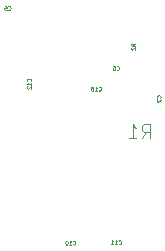
<source format=gbr>
%TF.GenerationSoftware,KiCad,Pcbnew,7.0.9*%
%TF.CreationDate,2024-03-16T10:18:14+00:00*%
%TF.ProjectId,wmk,776d6b2e-6b69-4636-9164-5f7063625858,rev?*%
%TF.SameCoordinates,Original*%
%TF.FileFunction,Legend,Bot*%
%TF.FilePolarity,Positive*%
%FSLAX46Y46*%
G04 Gerber Fmt 4.6, Leading zero omitted, Abs format (unit mm)*
G04 Created by KiCad (PCBNEW 7.0.9) date 2024-03-16 10:18:14*
%MOMM*%
%LPD*%
G01*
G04 APERTURE LIST*
%ADD10C,0.083185*%
%ADD11C,0.101600*%
G04 APERTURE END LIST*
D10*
X153428678Y-96657452D02*
X153444522Y-96673297D01*
X153444522Y-96673297D02*
X153492057Y-96689141D01*
X153492057Y-96689141D02*
X153523746Y-96689141D01*
X153523746Y-96689141D02*
X153571280Y-96673297D01*
X153571280Y-96673297D02*
X153602970Y-96641607D01*
X153602970Y-96641607D02*
X153618815Y-96609917D01*
X153618815Y-96609917D02*
X153634659Y-96546538D01*
X153634659Y-96546538D02*
X153634659Y-96499004D01*
X153634659Y-96499004D02*
X153618815Y-96435625D01*
X153618815Y-96435625D02*
X153602970Y-96403936D01*
X153602970Y-96403936D02*
X153571280Y-96372246D01*
X153571280Y-96372246D02*
X153523746Y-96356401D01*
X153523746Y-96356401D02*
X153492057Y-96356401D01*
X153492057Y-96356401D02*
X153444522Y-96372246D01*
X153444522Y-96372246D02*
X153428678Y-96388091D01*
X153111782Y-96689141D02*
X153301919Y-96689141D01*
X153206851Y-96689141D02*
X153206851Y-96356401D01*
X153206851Y-96356401D02*
X153238540Y-96403936D01*
X153238540Y-96403936D02*
X153270230Y-96435625D01*
X153270230Y-96435625D02*
X153301919Y-96451470D01*
X152794887Y-96689141D02*
X152985024Y-96689141D01*
X152889956Y-96689141D02*
X152889956Y-96356401D01*
X152889956Y-96356401D02*
X152921645Y-96403936D01*
X152921645Y-96403936D02*
X152953335Y-96435625D01*
X152953335Y-96435625D02*
X152985024Y-96451470D01*
X145980848Y-82880186D02*
X145996693Y-82864342D01*
X145996693Y-82864342D02*
X146012537Y-82816807D01*
X146012537Y-82816807D02*
X146012537Y-82785118D01*
X146012537Y-82785118D02*
X145996693Y-82737584D01*
X145996693Y-82737584D02*
X145965003Y-82705894D01*
X145965003Y-82705894D02*
X145933313Y-82690049D01*
X145933313Y-82690049D02*
X145869934Y-82674205D01*
X145869934Y-82674205D02*
X145822400Y-82674205D01*
X145822400Y-82674205D02*
X145759021Y-82690049D01*
X145759021Y-82690049D02*
X145727332Y-82705894D01*
X145727332Y-82705894D02*
X145695642Y-82737584D01*
X145695642Y-82737584D02*
X145679797Y-82785118D01*
X145679797Y-82785118D02*
X145679797Y-82816807D01*
X145679797Y-82816807D02*
X145695642Y-82864342D01*
X145695642Y-82864342D02*
X145711487Y-82880186D01*
X146012537Y-83197082D02*
X146012537Y-83006945D01*
X146012537Y-83102013D02*
X145679797Y-83102013D01*
X145679797Y-83102013D02*
X145727332Y-83070324D01*
X145727332Y-83070324D02*
X145759021Y-83038634D01*
X145759021Y-83038634D02*
X145774866Y-83006945D01*
X145711487Y-83323840D02*
X145695642Y-83339684D01*
X145695642Y-83339684D02*
X145679797Y-83371374D01*
X145679797Y-83371374D02*
X145679797Y-83450598D01*
X145679797Y-83450598D02*
X145695642Y-83482287D01*
X145695642Y-83482287D02*
X145711487Y-83498132D01*
X145711487Y-83498132D02*
X145743176Y-83513977D01*
X145743176Y-83513977D02*
X145774866Y-83513977D01*
X145774866Y-83513977D02*
X145822400Y-83498132D01*
X145822400Y-83498132D02*
X146012537Y-83307995D01*
X146012537Y-83307995D02*
X146012537Y-83513977D01*
X154825021Y-79903471D02*
X154666574Y-79792558D01*
X154825021Y-79713334D02*
X154492281Y-79713334D01*
X154492281Y-79713334D02*
X154492281Y-79840092D01*
X154492281Y-79840092D02*
X154508126Y-79871782D01*
X154508126Y-79871782D02*
X154523971Y-79887627D01*
X154523971Y-79887627D02*
X154555660Y-79903471D01*
X154555660Y-79903471D02*
X154603195Y-79903471D01*
X154603195Y-79903471D02*
X154634884Y-79887627D01*
X154634884Y-79887627D02*
X154650729Y-79871782D01*
X154650729Y-79871782D02*
X154666574Y-79840092D01*
X154666574Y-79840092D02*
X154666574Y-79713334D01*
X154523971Y-80030230D02*
X154508126Y-80046074D01*
X154508126Y-80046074D02*
X154492281Y-80077764D01*
X154492281Y-80077764D02*
X154492281Y-80156988D01*
X154492281Y-80156988D02*
X154508126Y-80188677D01*
X154508126Y-80188677D02*
X154523971Y-80204522D01*
X154523971Y-80204522D02*
X154555660Y-80220367D01*
X154555660Y-80220367D02*
X154587350Y-80220367D01*
X154587350Y-80220367D02*
X154634884Y-80204522D01*
X154634884Y-80204522D02*
X154825021Y-80014385D01*
X154825021Y-80014385D02*
X154825021Y-80220367D01*
D11*
X155388756Y-87710326D02*
X155778223Y-87153945D01*
X156056413Y-87710326D02*
X156056413Y-86541926D01*
X156056413Y-86541926D02*
X155611308Y-86541926D01*
X155611308Y-86541926D02*
X155500032Y-86597564D01*
X155500032Y-86597564D02*
X155444394Y-86653202D01*
X155444394Y-86653202D02*
X155388756Y-86764478D01*
X155388756Y-86764478D02*
X155388756Y-86931392D01*
X155388756Y-86931392D02*
X155444394Y-87042668D01*
X155444394Y-87042668D02*
X155500032Y-87098307D01*
X155500032Y-87098307D02*
X155611308Y-87153945D01*
X155611308Y-87153945D02*
X156056413Y-87153945D01*
X154275994Y-87710326D02*
X154943651Y-87710326D01*
X154609823Y-87710326D02*
X154609823Y-86541926D01*
X154609823Y-86541926D02*
X154721099Y-86708840D01*
X154721099Y-86708840D02*
X154832375Y-86820116D01*
X154832375Y-86820116D02*
X154943651Y-86875754D01*
D10*
X149554385Y-96690529D02*
X149570229Y-96706374D01*
X149570229Y-96706374D02*
X149617764Y-96722218D01*
X149617764Y-96722218D02*
X149649453Y-96722218D01*
X149649453Y-96722218D02*
X149696987Y-96706374D01*
X149696987Y-96706374D02*
X149728677Y-96674684D01*
X149728677Y-96674684D02*
X149744522Y-96642994D01*
X149744522Y-96642994D02*
X149760366Y-96579615D01*
X149760366Y-96579615D02*
X149760366Y-96532081D01*
X149760366Y-96532081D02*
X149744522Y-96468702D01*
X149744522Y-96468702D02*
X149728677Y-96437013D01*
X149728677Y-96437013D02*
X149696987Y-96405323D01*
X149696987Y-96405323D02*
X149649453Y-96389478D01*
X149649453Y-96389478D02*
X149617764Y-96389478D01*
X149617764Y-96389478D02*
X149570229Y-96405323D01*
X149570229Y-96405323D02*
X149554385Y-96421168D01*
X149237489Y-96722218D02*
X149427626Y-96722218D01*
X149332558Y-96722218D02*
X149332558Y-96389478D01*
X149332558Y-96389478D02*
X149364247Y-96437013D01*
X149364247Y-96437013D02*
X149395937Y-96468702D01*
X149395937Y-96468702D02*
X149427626Y-96484547D01*
X149031508Y-96389478D02*
X148999818Y-96389478D01*
X148999818Y-96389478D02*
X148968129Y-96405323D01*
X148968129Y-96405323D02*
X148952284Y-96421168D01*
X148952284Y-96421168D02*
X148936439Y-96452857D01*
X148936439Y-96452857D02*
X148920594Y-96516236D01*
X148920594Y-96516236D02*
X148920594Y-96595460D01*
X148920594Y-96595460D02*
X148936439Y-96658839D01*
X148936439Y-96658839D02*
X148952284Y-96690529D01*
X148952284Y-96690529D02*
X148968129Y-96706374D01*
X148968129Y-96706374D02*
X148999818Y-96722218D01*
X148999818Y-96722218D02*
X149031508Y-96722218D01*
X149031508Y-96722218D02*
X149063197Y-96706374D01*
X149063197Y-96706374D02*
X149079042Y-96690529D01*
X149079042Y-96690529D02*
X149094887Y-96658839D01*
X149094887Y-96658839D02*
X149110731Y-96595460D01*
X149110731Y-96595460D02*
X149110731Y-96516236D01*
X149110731Y-96516236D02*
X149094887Y-96452857D01*
X149094887Y-96452857D02*
X149079042Y-96421168D01*
X149079042Y-96421168D02*
X149063197Y-96405323D01*
X149063197Y-96405323D02*
X149031508Y-96389478D01*
X156956684Y-84301771D02*
X156972529Y-84285927D01*
X156972529Y-84285927D02*
X156988373Y-84238392D01*
X156988373Y-84238392D02*
X156988373Y-84206703D01*
X156988373Y-84206703D02*
X156972529Y-84159169D01*
X156972529Y-84159169D02*
X156940839Y-84127479D01*
X156940839Y-84127479D02*
X156909149Y-84111634D01*
X156909149Y-84111634D02*
X156845770Y-84095790D01*
X156845770Y-84095790D02*
X156798236Y-84095790D01*
X156798236Y-84095790D02*
X156734857Y-84111634D01*
X156734857Y-84111634D02*
X156703168Y-84127479D01*
X156703168Y-84127479D02*
X156671478Y-84159169D01*
X156671478Y-84159169D02*
X156655633Y-84206703D01*
X156655633Y-84206703D02*
X156655633Y-84238392D01*
X156655633Y-84238392D02*
X156671478Y-84285927D01*
X156671478Y-84285927D02*
X156687323Y-84301771D01*
X156655633Y-84412685D02*
X156655633Y-84634511D01*
X156655633Y-84634511D02*
X156988373Y-84491909D01*
X153271000Y-81908369D02*
X153286844Y-81924214D01*
X153286844Y-81924214D02*
X153334379Y-81940058D01*
X153334379Y-81940058D02*
X153366068Y-81940058D01*
X153366068Y-81940058D02*
X153413602Y-81924214D01*
X153413602Y-81924214D02*
X153445292Y-81892524D01*
X153445292Y-81892524D02*
X153461137Y-81860834D01*
X153461137Y-81860834D02*
X153476981Y-81797455D01*
X153476981Y-81797455D02*
X153476981Y-81749921D01*
X153476981Y-81749921D02*
X153461137Y-81686542D01*
X153461137Y-81686542D02*
X153445292Y-81654853D01*
X153445292Y-81654853D02*
X153413602Y-81623163D01*
X153413602Y-81623163D02*
X153366068Y-81607318D01*
X153366068Y-81607318D02*
X153334379Y-81607318D01*
X153334379Y-81607318D02*
X153286844Y-81623163D01*
X153286844Y-81623163D02*
X153271000Y-81639008D01*
X152985794Y-81607318D02*
X153049173Y-81607318D01*
X153049173Y-81607318D02*
X153080862Y-81623163D01*
X153080862Y-81623163D02*
X153096707Y-81639008D01*
X153096707Y-81639008D02*
X153128397Y-81686542D01*
X153128397Y-81686542D02*
X153144241Y-81749921D01*
X153144241Y-81749921D02*
X153144241Y-81876679D01*
X153144241Y-81876679D02*
X153128397Y-81908369D01*
X153128397Y-81908369D02*
X153112552Y-81924214D01*
X153112552Y-81924214D02*
X153080862Y-81940058D01*
X153080862Y-81940058D02*
X153017483Y-81940058D01*
X153017483Y-81940058D02*
X152985794Y-81924214D01*
X152985794Y-81924214D02*
X152969949Y-81908369D01*
X152969949Y-81908369D02*
X152954104Y-81876679D01*
X152954104Y-81876679D02*
X152954104Y-81797455D01*
X152954104Y-81797455D02*
X152969949Y-81765766D01*
X152969949Y-81765766D02*
X152985794Y-81749921D01*
X152985794Y-81749921D02*
X153017483Y-81734076D01*
X153017483Y-81734076D02*
X153080862Y-81734076D01*
X153080862Y-81734076D02*
X153112552Y-81749921D01*
X153112552Y-81749921D02*
X153128397Y-81765766D01*
X153128397Y-81765766D02*
X153144241Y-81797455D01*
X151731713Y-83665864D02*
X151747557Y-83681709D01*
X151747557Y-83681709D02*
X151795092Y-83697553D01*
X151795092Y-83697553D02*
X151826781Y-83697553D01*
X151826781Y-83697553D02*
X151874315Y-83681709D01*
X151874315Y-83681709D02*
X151906005Y-83650019D01*
X151906005Y-83650019D02*
X151921850Y-83618329D01*
X151921850Y-83618329D02*
X151937694Y-83554950D01*
X151937694Y-83554950D02*
X151937694Y-83507416D01*
X151937694Y-83507416D02*
X151921850Y-83444037D01*
X151921850Y-83444037D02*
X151906005Y-83412348D01*
X151906005Y-83412348D02*
X151874315Y-83380658D01*
X151874315Y-83380658D02*
X151826781Y-83364813D01*
X151826781Y-83364813D02*
X151795092Y-83364813D01*
X151795092Y-83364813D02*
X151747557Y-83380658D01*
X151747557Y-83380658D02*
X151731713Y-83396503D01*
X151414817Y-83697553D02*
X151604954Y-83697553D01*
X151509886Y-83697553D02*
X151509886Y-83364813D01*
X151509886Y-83364813D02*
X151541575Y-83412348D01*
X151541575Y-83412348D02*
X151573265Y-83444037D01*
X151573265Y-83444037D02*
X151604954Y-83459882D01*
X151129612Y-83364813D02*
X151192991Y-83364813D01*
X151192991Y-83364813D02*
X151224680Y-83380658D01*
X151224680Y-83380658D02*
X151240525Y-83396503D01*
X151240525Y-83396503D02*
X151272215Y-83444037D01*
X151272215Y-83444037D02*
X151288059Y-83507416D01*
X151288059Y-83507416D02*
X151288059Y-83634174D01*
X151288059Y-83634174D02*
X151272215Y-83665864D01*
X151272215Y-83665864D02*
X151256370Y-83681709D01*
X151256370Y-83681709D02*
X151224680Y-83697553D01*
X151224680Y-83697553D02*
X151161301Y-83697553D01*
X151161301Y-83697553D02*
X151129612Y-83681709D01*
X151129612Y-83681709D02*
X151113767Y-83665864D01*
X151113767Y-83665864D02*
X151097922Y-83634174D01*
X151097922Y-83634174D02*
X151097922Y-83554950D01*
X151097922Y-83554950D02*
X151113767Y-83523261D01*
X151113767Y-83523261D02*
X151129612Y-83507416D01*
X151129612Y-83507416D02*
X151161301Y-83491571D01*
X151161301Y-83491571D02*
X151224680Y-83491571D01*
X151224680Y-83491571D02*
X151256370Y-83507416D01*
X151256370Y-83507416D02*
X151272215Y-83523261D01*
X151272215Y-83523261D02*
X151288059Y-83554950D01*
X144081068Y-76839007D02*
X144096912Y-76854852D01*
X144096912Y-76854852D02*
X144144447Y-76870696D01*
X144144447Y-76870696D02*
X144176136Y-76870696D01*
X144176136Y-76870696D02*
X144223670Y-76854852D01*
X144223670Y-76854852D02*
X144255360Y-76823162D01*
X144255360Y-76823162D02*
X144271205Y-76791472D01*
X144271205Y-76791472D02*
X144287049Y-76728093D01*
X144287049Y-76728093D02*
X144287049Y-76680559D01*
X144287049Y-76680559D02*
X144271205Y-76617180D01*
X144271205Y-76617180D02*
X144255360Y-76585491D01*
X144255360Y-76585491D02*
X144223670Y-76553801D01*
X144223670Y-76553801D02*
X144176136Y-76537956D01*
X144176136Y-76537956D02*
X144144447Y-76537956D01*
X144144447Y-76537956D02*
X144096912Y-76553801D01*
X144096912Y-76553801D02*
X144081068Y-76569646D01*
X143780017Y-76537956D02*
X143938465Y-76537956D01*
X143938465Y-76537956D02*
X143954309Y-76696404D01*
X143954309Y-76696404D02*
X143938465Y-76680559D01*
X143938465Y-76680559D02*
X143906775Y-76664714D01*
X143906775Y-76664714D02*
X143827551Y-76664714D01*
X143827551Y-76664714D02*
X143795862Y-76680559D01*
X143795862Y-76680559D02*
X143780017Y-76696404D01*
X143780017Y-76696404D02*
X143764172Y-76728093D01*
X143764172Y-76728093D02*
X143764172Y-76807317D01*
X143764172Y-76807317D02*
X143780017Y-76839007D01*
X143780017Y-76839007D02*
X143795862Y-76854852D01*
X143795862Y-76854852D02*
X143827551Y-76870696D01*
X143827551Y-76870696D02*
X143906775Y-76870696D01*
X143906775Y-76870696D02*
X143938465Y-76854852D01*
X143938465Y-76854852D02*
X143954309Y-76839007D01*
M02*

</source>
